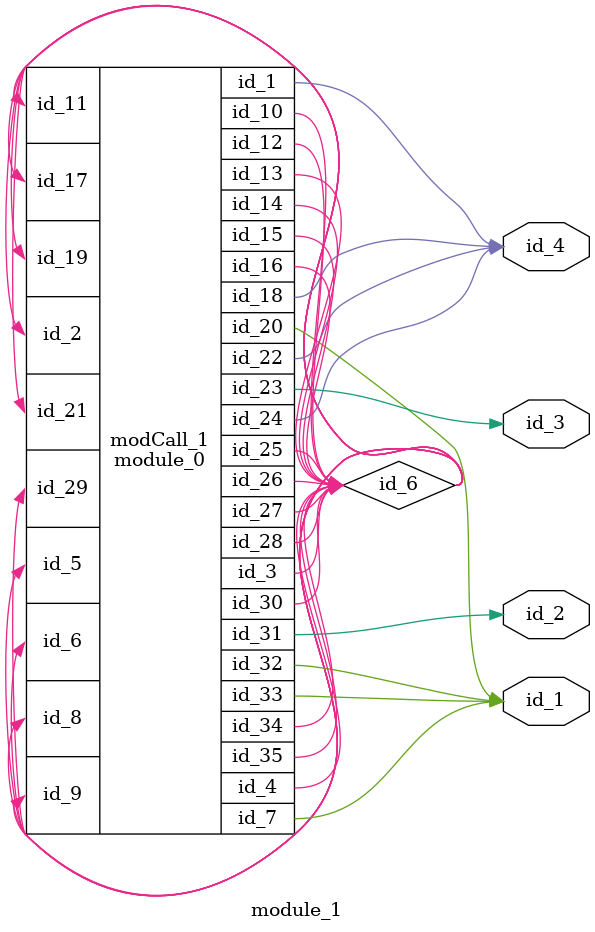
<source format=v>
module module_0 (
    id_1,
    id_2,
    id_3,
    id_4,
    id_5,
    id_6,
    id_7,
    id_8,
    id_9,
    id_10,
    id_11,
    id_12,
    id_13,
    id_14,
    id_15,
    id_16,
    id_17,
    id_18,
    id_19,
    id_20,
    id_21,
    id_22,
    id_23,
    id_24,
    id_25,
    id_26,
    id_27,
    id_28,
    id_29,
    id_30,
    id_31,
    id_32,
    id_33,
    id_34,
    id_35
);
  inout wire id_35;
  inout wire id_34;
  output wire id_33;
  output wire id_32;
  output wire id_31;
  inout wire id_30;
  input wire id_29;
  inout wire id_28;
  inout wire id_27;
  output wire id_26;
  output wire id_25;
  output wire id_24;
  output wire id_23;
  output wire id_22;
  input wire id_21;
  output wire id_20;
  input wire id_19;
  output wire id_18;
  input wire id_17;
  inout wire id_16;
  inout wire id_15;
  inout wire id_14;
  inout wire id_13;
  inout wire id_12;
  input wire id_11;
  inout wire id_10;
  input wire id_9;
  input wire id_8;
  output wire id_7;
  input wire id_6;
  input wire id_5;
  inout wire id_4;
  output wire id_3;
  input wire id_2;
  output wire id_1;
  assign id_18 = 1;
endmodule
module module_1 (
    id_1,
    id_2,
    id_3,
    id_4
);
  output wire id_4;
  output wire id_3;
  output wire id_2;
  output wire id_1;
  wire id_6;
  module_0 modCall_1 (
      id_4,
      id_6,
      id_6,
      id_6,
      id_6,
      id_6,
      id_1,
      id_6,
      id_6,
      id_6,
      id_6,
      id_6,
      id_6,
      id_6,
      id_6,
      id_6,
      id_6,
      id_4,
      id_6,
      id_1,
      id_6,
      id_4,
      id_3,
      id_4,
      id_6,
      id_6,
      id_6,
      id_6,
      id_6,
      id_6,
      id_2,
      id_1,
      id_1,
      id_6,
      id_6
  );
endmodule

</source>
